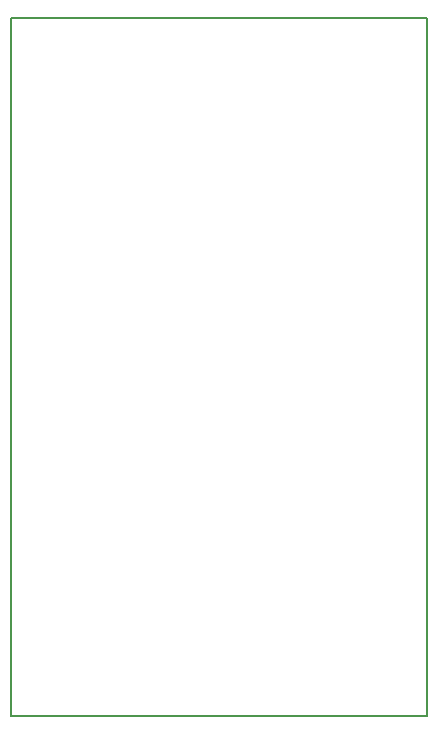
<source format=gbr>
G04 #@! TF.FileFunction,Profile,NP*
%FSLAX46Y46*%
G04 Gerber Fmt 4.6, Leading zero omitted, Abs format (unit mm)*
G04 Created by KiCad (PCBNEW 0.201602161416+6560~42~ubuntu15.10.1-product) date Wed 17 Feb 2016 02:58:19 PM EST*
%MOMM*%
G01*
G04 APERTURE LIST*
%ADD10C,0.100000*%
%ADD11C,0.150000*%
G04 APERTURE END LIST*
D10*
D11*
X124333000Y-148590000D02*
X159512000Y-148590000D01*
X159512000Y-89535000D02*
X159512000Y-148590000D01*
X124333000Y-89535000D02*
X159512000Y-89535000D01*
X124333000Y-89535000D02*
X124333000Y-148590000D01*
M02*

</source>
